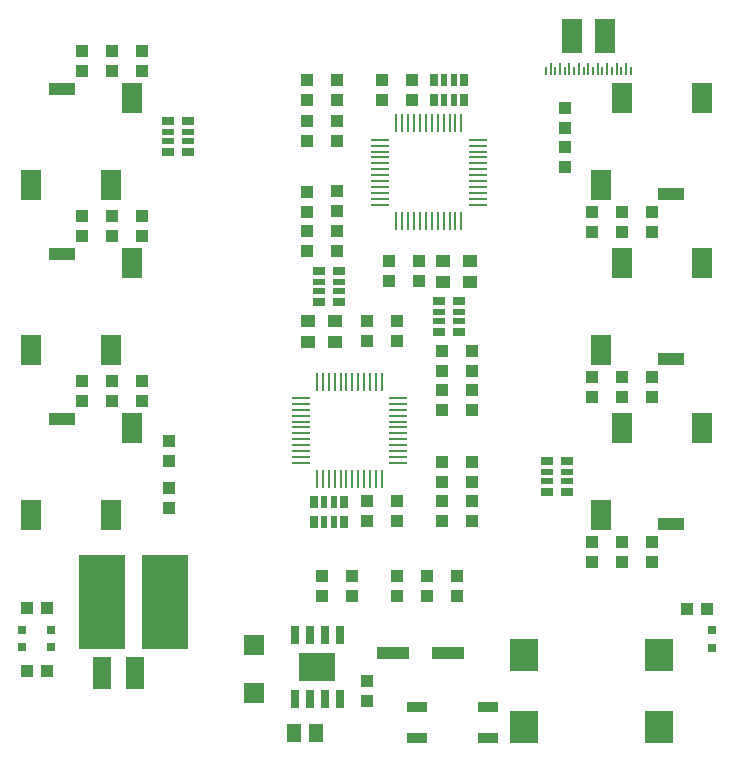
<source format=gbr>
G04 EAGLE Gerber RS-274X export*
G75*
%MOMM*%
%FSLAX34Y34*%
%LPD*%
%INSolderpaste Top*%
%IPPOS*%
%AMOC8*
5,1,8,0,0,1.08239X$1,22.5*%
G01*
%ADD10R,1.000000X1.100000*%
%ADD11R,1.100000X1.000000*%
%ADD12R,1.557900X0.280000*%
%ADD13R,0.280000X1.557900*%
%ADD14R,0.700000X1.000000*%
%ADD15R,0.500000X1.000000*%
%ADD16R,0.800000X0.800000*%
%ADD17R,1.200000X1.100000*%
%ADD18R,1.000000X0.700000*%
%ADD19R,1.000000X0.500000*%
%ADD20R,1.800000X2.600000*%
%ADD21R,2.184400X1.066800*%
%ADD22R,2.400000X2.800000*%
%ADD23R,2.800000X1.000000*%
%ADD24R,1.300000X1.500000*%
%ADD25R,3.900000X8.050000*%
%ADD26R,1.600000X2.700000*%
%ADD27R,1.802800X0.880200*%
%ADD28R,0.650000X1.525000*%
%ADD29R,3.100000X2.400000*%
%ADD30R,0.230000X0.750000*%
%ADD31R,0.230000X1.000000*%
%ADD32R,1.800000X3.000000*%
%ADD33R,1.700000X1.800000*%


D10*
X63500Y592700D03*
X63500Y575700D03*
X88900Y575700D03*
X88900Y592700D03*
X63500Y453000D03*
X63500Y436000D03*
X88900Y436000D03*
X88900Y453000D03*
D11*
X114300Y453000D03*
X114300Y436000D03*
X114300Y592700D03*
X114300Y575700D03*
D12*
X316231Y517800D03*
X316231Y512800D03*
X316231Y507800D03*
X316231Y502800D03*
X316231Y497800D03*
X316231Y492800D03*
X316231Y487800D03*
X316231Y482800D03*
X316231Y477800D03*
X316231Y472800D03*
X316231Y467800D03*
X316231Y462800D03*
D13*
X330000Y449031D03*
X335000Y449031D03*
X340000Y449031D03*
X345000Y449031D03*
X350000Y449031D03*
X355000Y449031D03*
X360000Y449031D03*
X365000Y449031D03*
X370000Y449031D03*
X375000Y449031D03*
X380000Y449031D03*
X385000Y449031D03*
D12*
X398769Y462800D03*
X398769Y467800D03*
X398769Y472800D03*
X398769Y477800D03*
X398769Y482800D03*
X398769Y487800D03*
X398769Y492800D03*
X398769Y497800D03*
X398769Y502800D03*
X398769Y507800D03*
X398769Y512800D03*
X398769Y517800D03*
D13*
X385000Y531569D03*
X380000Y531569D03*
X375000Y531569D03*
X370000Y531569D03*
X365000Y531569D03*
X360000Y531569D03*
X355000Y531569D03*
X350000Y531569D03*
X345000Y531569D03*
X340000Y531569D03*
X335000Y531569D03*
X330000Y531569D03*
D10*
X349250Y414900D03*
X349250Y397900D03*
X279654Y474082D03*
X279654Y457082D03*
X254000Y551007D03*
X254000Y568007D03*
D11*
X342900Y568007D03*
X342900Y551007D03*
D10*
X254000Y473828D03*
X254000Y456828D03*
X279400Y440300D03*
X279400Y423300D03*
D14*
X361650Y551007D03*
D15*
X370650Y551007D03*
X378650Y551007D03*
D14*
X387650Y551007D03*
X387650Y568007D03*
D15*
X378650Y568007D03*
X370650Y568007D03*
D14*
X361650Y568007D03*
D10*
X592700Y120650D03*
X575700Y120650D03*
D16*
X596900Y87750D03*
X596900Y102750D03*
D17*
X369250Y397650D03*
X392750Y397650D03*
X392750Y415150D03*
X369250Y415150D03*
D18*
X136280Y533700D03*
D19*
X136280Y524700D03*
X136280Y516700D03*
D18*
X136280Y507700D03*
X153280Y507700D03*
D19*
X153280Y516700D03*
X153280Y524700D03*
D18*
X153280Y533700D03*
D20*
X20658Y479128D03*
X88158Y479128D03*
D21*
X46658Y560748D03*
D20*
X106158Y553128D03*
X20658Y339555D03*
X88158Y339555D03*
D21*
X46658Y421175D03*
D20*
X106158Y413555D03*
D10*
X279654Y517026D03*
X279654Y534026D03*
X254000Y516574D03*
X254000Y533574D03*
X279654Y551007D03*
X279654Y568007D03*
X317500Y551316D03*
X317500Y568316D03*
D11*
X114300Y313300D03*
X114300Y296300D03*
D10*
X63500Y313300D03*
X63500Y296300D03*
X88900Y296300D03*
X88900Y313300D03*
D20*
X20658Y199982D03*
X88158Y199982D03*
D21*
X46658Y281602D03*
D20*
X106158Y273982D03*
D11*
X137160Y262500D03*
X137160Y245500D03*
X137160Y223130D03*
X137160Y206130D03*
D10*
X16900Y68072D03*
X33900Y68072D03*
D16*
X13208Y88004D03*
X13208Y103004D03*
D10*
X546100Y160410D03*
X546100Y177410D03*
X520700Y177410D03*
X520700Y160410D03*
X546100Y300110D03*
X546100Y317110D03*
X520700Y317110D03*
X520700Y300110D03*
D11*
X495300Y300110D03*
X495300Y317110D03*
X495300Y160410D03*
X495300Y177410D03*
D12*
X331469Y244200D03*
X331469Y249200D03*
X331469Y254200D03*
X331469Y259200D03*
X331469Y264200D03*
X331469Y269200D03*
X331469Y274200D03*
X331469Y279200D03*
X331469Y284200D03*
X331469Y289200D03*
X331469Y294200D03*
X331469Y299200D03*
D13*
X317700Y312969D03*
X312700Y312969D03*
X307700Y312969D03*
X302700Y312969D03*
X297700Y312969D03*
X292700Y312969D03*
X287700Y312969D03*
X282700Y312969D03*
X277700Y312969D03*
X272700Y312969D03*
X267700Y312969D03*
X262700Y312969D03*
D12*
X248931Y299200D03*
X248931Y294200D03*
X248931Y289200D03*
X248931Y284200D03*
X248931Y279200D03*
X248931Y274200D03*
X248931Y269200D03*
X248931Y264200D03*
X248931Y259200D03*
X248931Y254200D03*
X248931Y249200D03*
X248931Y244200D03*
D13*
X262700Y230431D03*
X267700Y230431D03*
X272700Y230431D03*
X277700Y230431D03*
X282700Y230431D03*
X287700Y230431D03*
X292700Y230431D03*
X297700Y230431D03*
X302700Y230431D03*
X307700Y230431D03*
X312700Y230431D03*
X317700Y230431D03*
D10*
X368300Y288680D03*
X368300Y305680D03*
X393700Y211700D03*
X393700Y194700D03*
D11*
X304800Y194700D03*
X304800Y211700D03*
D10*
X393700Y288680D03*
X393700Y305680D03*
D14*
X286050Y210938D03*
D15*
X277050Y210938D03*
X269050Y210938D03*
D14*
X260050Y210938D03*
X260050Y193938D03*
D15*
X269050Y193938D03*
X277050Y193938D03*
D14*
X286050Y193938D03*
D17*
X278450Y364350D03*
X254950Y364350D03*
X254950Y346850D03*
X278450Y346850D03*
D18*
X474590Y219410D03*
D19*
X474590Y228410D03*
X474590Y236410D03*
D18*
X474590Y245410D03*
X457590Y245410D03*
D19*
X457590Y236410D03*
X457590Y228410D03*
D18*
X457590Y219410D03*
D20*
X588942Y273982D03*
X521442Y273982D03*
D21*
X562942Y192362D03*
D20*
X503442Y199982D03*
X588942Y413555D03*
X521442Y413555D03*
D21*
X562942Y331935D03*
D20*
X503442Y339555D03*
D10*
X368808Y244720D03*
X368808Y227720D03*
X393700Y244720D03*
X393700Y227720D03*
X368300Y211700D03*
X368300Y194700D03*
X330200Y211954D03*
X330200Y194954D03*
D11*
X495300Y439810D03*
X495300Y456810D03*
D10*
X546100Y439810D03*
X546100Y456810D03*
X520700Y456810D03*
X520700Y439810D03*
D20*
X588942Y553128D03*
X521442Y553128D03*
D21*
X562942Y471508D03*
D20*
X503442Y479128D03*
D11*
X472440Y494420D03*
X472440Y511420D03*
X472440Y527440D03*
X472440Y544440D03*
D10*
X33900Y120904D03*
X16900Y120904D03*
D16*
X37592Y88004D03*
X37592Y103004D03*
D10*
X304800Y347100D03*
X304800Y364100D03*
X368300Y321700D03*
X368300Y338700D03*
D11*
X254000Y440300D03*
X254000Y423300D03*
X393700Y321700D03*
X393700Y338700D03*
D22*
X438150Y81280D03*
X438150Y20280D03*
X552150Y20280D03*
X552150Y81280D03*
D23*
X374006Y83588D03*
X327006Y83588D03*
D11*
X330200Y131200D03*
X330200Y148200D03*
D24*
X261976Y15748D03*
X242976Y15748D03*
D25*
X133942Y126492D03*
X80942Y126492D03*
D10*
X381000Y131200D03*
X381000Y148200D03*
X266700Y148200D03*
X266700Y131200D03*
D11*
X355600Y148200D03*
X355600Y131200D03*
X304800Y59300D03*
X304800Y42300D03*
D26*
X80488Y66548D03*
X108488Y66548D03*
D27*
X347399Y37884D03*
X347399Y10884D03*
X407489Y10884D03*
X407489Y37884D03*
D28*
X244094Y44000D03*
X256794Y44000D03*
X269494Y44000D03*
X282194Y44000D03*
X282194Y98240D03*
X269494Y98240D03*
X256794Y98240D03*
X244094Y98240D03*
D29*
X263144Y71120D03*
D10*
X292100Y131200D03*
X292100Y148200D03*
D11*
X330200Y347100D03*
X330200Y364100D03*
X323850Y414900D03*
X323850Y397900D03*
D18*
X383150Y355300D03*
D19*
X383150Y364300D03*
X383150Y372300D03*
D18*
X383150Y381300D03*
X366150Y381300D03*
D19*
X366150Y372300D03*
X366150Y364300D03*
D18*
X366150Y355300D03*
X264550Y406700D03*
D19*
X264550Y397700D03*
X264550Y389700D03*
D18*
X264550Y380700D03*
X281550Y380700D03*
D19*
X281550Y389700D03*
X281550Y397700D03*
D18*
X281550Y406700D03*
D30*
X456506Y576242D03*
D31*
X460506Y577492D03*
D30*
X464506Y576242D03*
D31*
X468506Y577492D03*
D30*
X472506Y576242D03*
D31*
X476506Y577492D03*
D30*
X480506Y576242D03*
D31*
X484506Y577492D03*
D30*
X488506Y576242D03*
D31*
X492506Y577492D03*
D30*
X496506Y576242D03*
D31*
X500506Y577492D03*
D30*
X504506Y576242D03*
D31*
X508506Y577492D03*
D30*
X512506Y576242D03*
D31*
X516506Y577492D03*
D30*
X520506Y576242D03*
D31*
X524506Y577492D03*
D30*
X528506Y576242D03*
D32*
X506506Y605492D03*
X478506Y605492D03*
D33*
X209550Y90350D03*
X209550Y49350D03*
M02*

</source>
